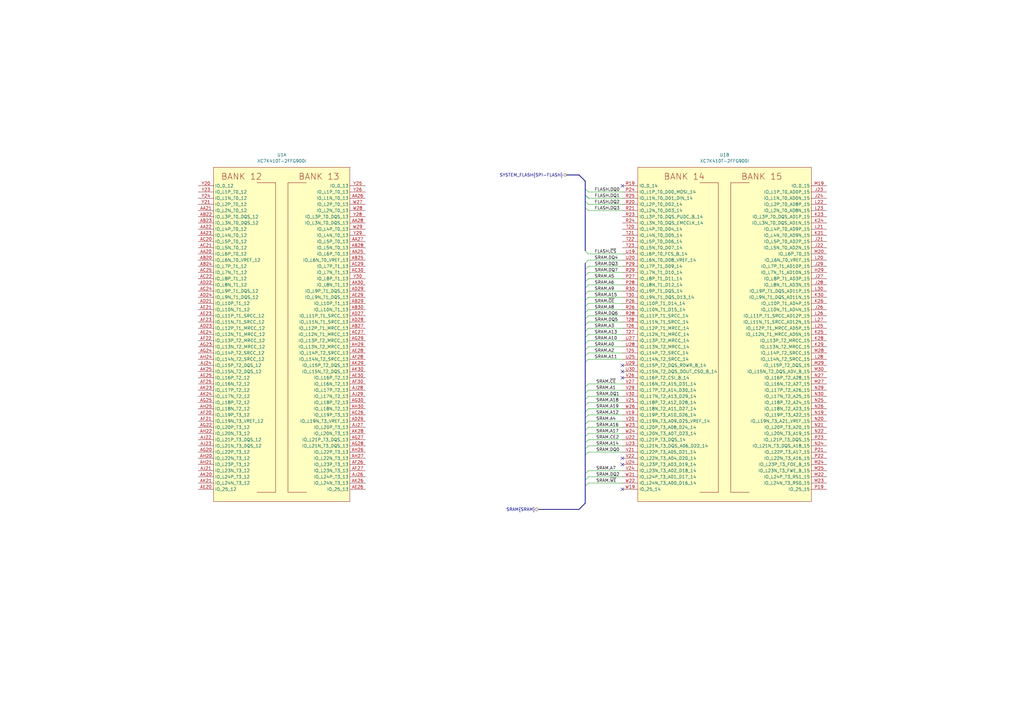
<source format=kicad_sch>
(kicad_sch (version 20211123) (generator eeschema)
  (paper "A3")
  (title_block (title "K410T devboard") (date "2022-12-20") (rev "0.0.99"))
  (no_connect (at 255.27 187.96))
  (no_connect (at 255.27 76.2))
  (no_connect (at 255.27 154.94))
  (no_connect (at 255.27 190.5))
  (no_connect (at 255.27 152.4))
  (no_connect (at 255.27 200.66))
  (no_connect (at 255.27 149.86))
  (bus_entry (at 241.3 193.04) (size -1.27 1.27))
  (bus_entry (at 241.3 137.16) (size -1.27 1.27))
  (bus_entry (at 241.3 160.02) (size -1.27 1.27))
  (bus_entry (at 241.3 142.24) (size -1.27 1.27))
  (bus_entry (at 240.03 80.01) (size 1.27 1.27))
  (bus_entry (at 241.3 111.76) (size -1.27 1.27))
  (bus_entry (at 240.03 80.01) (size 1.27 1.27))
  (bus_entry (at 241.3 172.72) (size -1.27 1.27))
  (bus_entry (at 241.3 180.34) (size -1.27 1.27))
  (bus_entry (at 241.3 127) (size -1.27 1.27))
  (bus_entry (at 241.3 167.64) (size -1.27 1.27))
  (bus_entry (at 241.3 132.08) (size -1.27 1.27))
  (bus_entry (at 241.3 144.78) (size -1.27 1.27))
  (bus_entry (at 240.03 102.87) (size 1.27 1.27))
  (bus_entry (at 240.03 77.47) (size 1.27 1.27))
  (bus_entry (at 241.3 177.8) (size -1.27 1.27))
  (bus_entry (at 241.3 157.48) (size -1.27 1.27))
  (bus_entry (at 241.3 106.68) (size -1.27 1.27))
  (bus_entry (at 241.3 121.92) (size -1.27 1.27))
  (bus_entry (at 241.3 119.38) (size -1.27 1.27))
  (bus_entry (at 241.3 170.18) (size -1.27 1.27))
  (bus_entry (at 240.03 85.09) (size 1.27 1.27))
  (bus_entry (at 241.3 182.88) (size -1.27 1.27))
  (bus_entry (at 241.3 116.84) (size -1.27 1.27))
  (bus_entry (at 241.3 198.12) (size -1.27 1.27))
  (bus_entry (at 241.3 109.22) (size -1.27 1.27))
  (bus_entry (at 241.3 175.26) (size -1.27 1.27))
  (bus_entry (at 241.3 185.42) (size -1.27 1.27))
  (bus_entry (at 241.3 195.58) (size -1.27 1.27))
  (bus_entry (at 241.3 139.7) (size -1.27 1.27))
  (bus_entry (at 241.3 134.62) (size -1.27 1.27))
  (bus_entry (at 241.3 147.32) (size -1.27 1.27))
  (bus_entry (at 241.3 165.1) (size -1.27 1.27))
  (bus_entry (at 240.03 82.55) (size 1.27 1.27))
  (bus_entry (at 241.3 124.46) (size -1.27 1.27))
  (bus_entry (at 241.3 162.56) (size -1.27 1.27))
  (bus_entry (at 241.3 129.54) (size -1.27 1.27))
  (bus_entry (at 241.3 114.3) (size -1.27 1.27))
  (wire (pts (xy 241.3 116.84) (xy 255.27 116.84)))
  (wire (pts (xy 241.3 180.34) (xy 255.27 180.34)))
  (bus (pts (xy 240.03 186.69) (xy 240.03 194.31)))
  (wire (pts (xy 241.3 78.74) (xy 255.27 78.74)))
  (wire (pts (xy 241.3 132.08) (xy 255.27 132.08)))
  (bus (pts (xy 232.41 71.755) (xy 237.49 71.755)))
  (wire (pts (xy 241.3 139.7) (xy 255.27 139.7)))
  (wire (pts (xy 241.3 170.18) (xy 255.27 170.18)))
  (bus (pts (xy 240.03 166.37) (xy 240.03 168.91)))
  (bus (pts (xy 240.03 85.09) (xy 240.03 102.87)))
  (bus (pts (xy 240.03 148.59) (xy 240.03 158.75)))
  (wire (pts (xy 241.3 172.72) (xy 255.27 172.72)))
  (bus (pts (xy 240.03 176.53) (xy 240.03 179.07)))
  (wire (pts (xy 241.3 104.14) (xy 255.27 104.14)))
  (wire (pts (xy 241.3 83.82) (xy 255.27 83.82)))
  (wire (pts (xy 241.3 165.1) (xy 255.27 165.1)))
  (bus (pts (xy 240.03 196.85) (xy 240.03 199.39)))
  (wire (pts (xy 241.3 86.36) (xy 255.27 86.36)))
  (bus (pts (xy 240.03 143.51) (xy 240.03 146.05)))
  (bus (pts (xy 240.03 125.73) (xy 240.03 128.27)))
  (wire (pts (xy 241.3 114.3) (xy 255.27 114.3)))
  (bus (pts (xy 240.03 113.03) (xy 240.03 115.57)))
  (wire (pts (xy 241.3 129.54) (xy 255.27 129.54)))
  (wire (pts (xy 241.3 127) (xy 255.27 127)))
  (wire (pts (xy 241.3 185.42) (xy 255.27 185.42)))
  (bus (pts (xy 240.03 194.31) (xy 240.03 196.85)))
  (wire (pts (xy 241.3 195.58) (xy 255.27 195.58)))
  (wire (pts (xy 241.3 121.92) (xy 255.27 121.92)))
  (bus (pts (xy 240.03 133.35) (xy 240.03 135.89)))
  (wire (pts (xy 241.3 182.88) (xy 255.27 182.88)))
  (bus (pts (xy 240.03 74.295) (xy 240.03 77.47)))
  (bus (pts (xy 240.03 168.91) (xy 240.03 171.45)))
  (bus (pts (xy 240.03 199.39) (xy 240.03 206.375)))
  (wire (pts (xy 241.3 157.48) (xy 255.27 157.48)))
  (bus (pts (xy 237.49 71.755) (xy 240.03 74.295)))
  (bus (pts (xy 240.03 110.49) (xy 240.03 113.03)))
  (bus (pts (xy 240.03 158.75) (xy 240.03 161.29)))
  (wire (pts (xy 241.3 144.78) (xy 255.27 144.78)))
  (bus (pts (xy 220.98 208.915) (xy 237.49 208.915)))
  (bus (pts (xy 240.03 120.65) (xy 240.03 123.19)))
  (wire (pts (xy 241.3 193.04) (xy 255.27 193.04)))
  (bus (pts (xy 240.03 181.61) (xy 240.03 184.15)))
  (wire (pts (xy 241.3 119.38) (xy 255.27 119.38)))
  (bus (pts (xy 240.03 173.99) (xy 240.03 176.53)))
  (wire (pts (xy 241.3 167.64) (xy 255.27 167.64)))
  (wire (pts (xy 241.3 198.12) (xy 255.27 198.12)))
  (bus (pts (xy 240.03 130.81) (xy 240.03 133.35)))
  (bus (pts (xy 240.03 123.19) (xy 240.03 125.73)))
  (wire (pts (xy 241.3 124.46) (xy 255.27 124.46)))
  (bus (pts (xy 240.03 146.05) (xy 240.03 148.59)))
  (bus (pts (xy 240.03 118.11) (xy 240.03 120.65)))
  (bus (pts (xy 240.03 206.375) (xy 237.49 208.915)))
  (wire (pts (xy 241.3 175.26) (xy 255.27 175.26)))
  (bus (pts (xy 240.03 138.43) (xy 240.03 140.97)))
  (bus (pts (xy 240.03 77.47) (xy 240.03 80.01)))
  (bus (pts (xy 240.03 107.95) (xy 240.03 110.49)))
  (bus (pts (xy 240.03 140.97) (xy 240.03 143.51)))
  (wire (pts (xy 241.3 106.68) (xy 255.27 106.68)))
  (bus (pts (xy 240.03 179.07) (xy 240.03 181.61)))
  (bus (pts (xy 240.03 171.45) (xy 240.03 173.99)))
  (bus (pts (xy 240.03 135.89) (xy 240.03 138.43)))
  (wire (pts (xy 241.3 134.62) (xy 255.27 134.62)))
  (wire (pts (xy 241.3 177.8) (xy 255.27 177.8)))
  (wire (pts (xy 241.3 147.32) (xy 255.27 147.32)))
  (wire (pts (xy 241.3 142.24) (xy 255.27 142.24)))
  (wire (pts (xy 241.3 81.28) (xy 255.27 81.28)))
  (bus (pts (xy 240.03 161.29) (xy 240.03 163.83)))
  (wire (pts (xy 241.3 137.16) (xy 255.27 137.16)))
  (bus (pts (xy 240.03 115.57) (xy 240.03 118.11)))
  (wire (pts (xy 241.3 162.56) (xy 255.27 162.56)))
  (bus (pts (xy 240.03 80.01) (xy 240.03 82.55)))
  (wire (pts (xy 241.3 109.22) (xy 255.27 109.22)))
  (bus (pts (xy 240.03 82.55) (xy 240.03 85.09)))
  (bus (pts (xy 240.03 184.15) (xy 240.03 186.69)))
  (wire (pts (xy 241.3 111.76) (xy 255.27 111.76)))
  (bus (pts (xy 240.03 128.27) (xy 240.03 130.81)))
  (wire (pts (xy 241.3 160.02) (xy 255.27 160.02)))
  (bus (pts (xy 240.03 163.83) (xy 240.03 166.37)))
  (label "SRAM.A11" (at 243.84 147.32 0))
  (label "SRAM.A14" (at 244.475 182.88 0))
  (label "SRAM.A9" (at 243.84 119.38 0))
  (label "SRAM.DQ6" (at 243.84 129.54 0))
  (label "SRAM.A7" (at 244.475 193.04 0))
  (label "SRAM.A4" (at 244.475 172.72 0))
  (label "SRAM.A1" (at 244.475 160.02 0))
  (label "SRAM.A13" (at 243.84 137.16 0))
  (label "SRAM.A2" (at 243.84 144.78 0))
  (label "SRAM.~{OE}" (at 243.84 124.46 0))
  (label "SRAM.~{CE}" (at 244.475 157.48 0))
  (label "SRAM.DQ4" (at 243.84 106.68 0))
  (label "SRAM.DQ1" (at 244.475 162.56 0))
  (label "SRAM.A12" (at 244.475 170.18 0))
  (label "SRAM.A0" (at 243.84 142.24 0))
  (label "SRAM.A16" (at 244.475 175.26 0))
  (label "SRAM.~{WE}" (at 244.475 198.12 0))
  (label "SRAM.A15" (at 243.84 121.92 0))
  (label "SRAM.A18" (at 244.475 165.1 0))
  (label "FLASH.DQ0" (at 243.84 78.74 0))
  (label "SRAM.A17" (at 244.475 177.8 0))
  (label "SRAM.DQ3" (at 243.84 109.22 0))
  (label "FLASH.DQ2" (at 243.84 83.82 0))
  (label "SRAM.A19" (at 244.475 167.64 0))
  (label "SRAM.DQ2" (at 244.475 195.58 0))
  (label "SRAM.A3" (at 243.84 134.62 0))
  (label "FLASH.~{CS}" (at 243.84 104.14 0))
  (label "SRAM.A5" (at 243.84 114.3 0))
  (label "FLASH.DQ1" (at 243.84 81.28 0))
  (label "SRAM.CE2" (at 244.475 180.34 0))
  (label "FLASH.DQ3" (at 243.84 86.36 0))
  (label "SRAM.A6" (at 243.84 116.84 0))
  (label "SRAM.DQ7" (at 243.84 111.76 0))
  (label "SRAM.A8" (at 243.84 127 0))
  (label "SRAM.DQ5" (at 243.84 132.08 0))
  (label "SRAM.DQ0" (at 244.475 185.42 0))
  (label "SRAM.A10" (at 243.84 139.7 0))
  (hierarchical_label "SYSTEM_FLASH{SPI-FLASH}" (shape bidirectional) (at 232.41 71.755 180))
  (hierarchical_label "SRAM{SRAM}" (shape input) (at 220.98 208.915 180))
  (symbol (lib_id "antmicroMicrocontrollers:XC7K410T-2FFG900I") (at 115.57 137.16 0) (unit 1)
    (property "Reference" "U1" (at 115.57 63.5 0))
    (property "Value" "XC7K410T-2FFG900I" (at 115.57 66.04 0))
    (property "Footprint" "antmicro-footprints:xc7k410t-2ffg900I" (effects hide))
    (property "Datasheet" "https://eu.mouser.com/datasheet/2/903/ds180_7Series_Overview-1591537.pdf" (effects hide))
    (property "Manufacturer" "Xilinx" (effects hide))
    (property "MPN" "XC7K410T-2FFG900I" (effects hide))
  )
  (symbol (lib_id "antmicroMicrocontrollers:XC7K410T-2FFG900I") (at 297.18 137.16 0) (unit 2)
    (property "Reference" "U1" (at 297.18 63.5 0))
    (property "Value" "XC7K410T-2FFG900I" (at 297.18 66.04 0))
    (property "Footprint" "antmicro-footprints:xc7k410t-2ffg900I" (effects hide))
    (property "Datasheet" "https://eu.mouser.com/datasheet/2/903/ds180_7Series_Overview-1591537.pdf" (effects hide))
    (property "Manufacturer" "Xilinx" (effects hide))
    (property "MPN" "XC7K410T-2FFG900I" (effects hide))
  )
)
</source>
